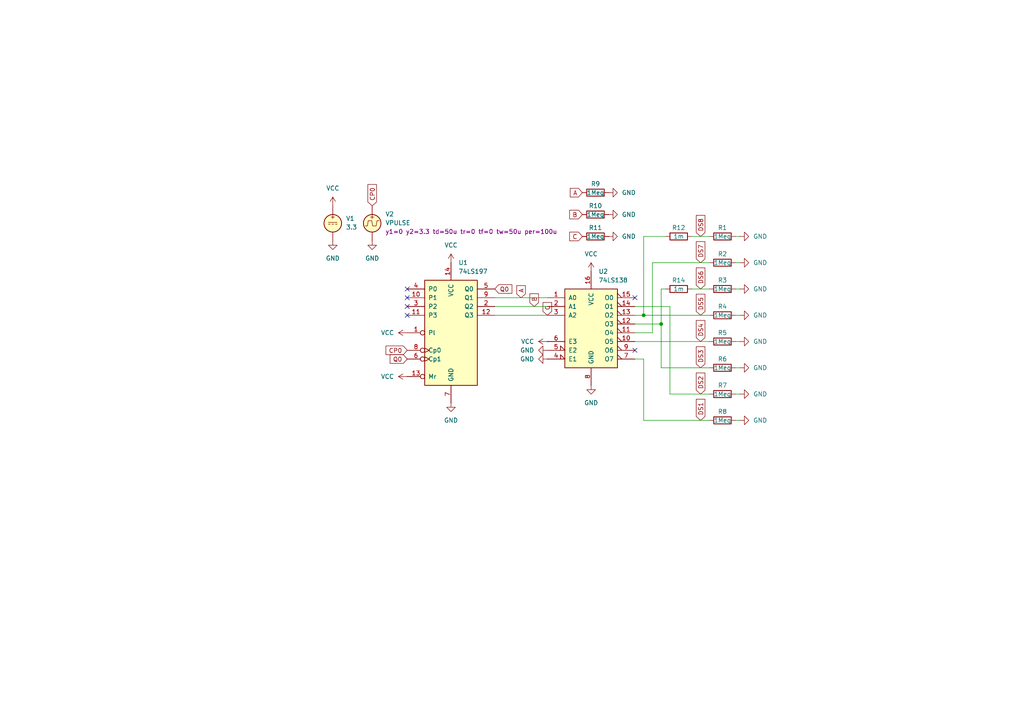
<source format=kicad_sch>
(kicad_sch (version 20250114) (generator "eeschema") (generator_version "9.0")
  (paper "A4")
  (lib_symbols
    (symbol "74xx:74LS138" (pin_names (offset 1.016))
      (property "Reference" "U" (at -7.62 11.43 0))
      (property "Value" "74LS138" (at -7.62 -13.97 0))
      (symbol "74LS138_1_0"
        (pin input line (at -12.7 7.62 0) (length 5.08) (name "A0") (number "1"))
        (pin input line (at -12.7 5.08 0) (length 5.08) (name "A1") (number "2"))
        (pin input line (at -12.7 2.54 0) (length 5.08) (name "A2") (number "3"))
        (pin input line (at -12.7 -5.08 0) (length 5.08) (name "E3") (number "6"))
        (pin input input_low (at -12.7 -7.62 0) (length 5.08) (name "E2") (number "5"))
        (pin input input_low (at -12.7 -10.16 0) (length 5.08) (name "E1") (number "4"))
        (pin power_in line (at 0 15.24 270) (length 5.08) (name "VCC") (number "16"))
        (pin power_in line (at 0 -17.78 90) (length 5.08) (name "GND") (number "8"))
        (pin output output_low (at 12.7 7.62 180) (length 5.08) (name "O0") (number "15"))
        (pin output output_low (at 12.7 5.08 180) (length 5.08) (name "O1") (number "14"))
        (pin output output_low (at 12.7 2.54 180) (length 5.08) (name "O2") (number "13"))
        (pin output output_low (at 12.7 0 180) (length 5.08) (name "O3") (number "12"))
        (pin output output_low (at 12.7 -2.54 180) (length 5.08) (name "O4") (number "11"))
        (pin output output_low (at 12.7 -5.08 180) (length 5.08) (name "O5") (number "10"))
        (pin output output_low (at 12.7 -7.62 180) (length 5.08) (name "O6") (number "9"))
        (pin output output_low (at 12.7 -10.16 180) (length 5.08) (name "O7") (number "7"))
      )
      (symbol "74LS138_1_1"
        (rectangle (start -7.62 10.16) (end 7.62 -12.7) (stroke (width 0.254)) (fill (type background)))
      )
    )
    (symbol "74xx:74LS197" (pin_names (offset 1.016))
      (property "Reference" "U" (at -7.62 16.51 0))
      (property "Value" "74LS197" (at -7.62 -16.51 0))
      (symbol "74LS197_1_0"
        (pin input line (at -12.7 12.7 0) (length 5.08) (name "P0") (number "4"))
        (pin input line (at -12.7 10.16 0) (length 5.08) (name "P1") (number "10"))
        (pin input line (at -12.7 7.62 0) (length 5.08) (name "P2") (number "3"))
        (pin input line (at -12.7 5.08 0) (length 5.08) (name "P3") (number "11"))
        (pin input inverted (at -12.7 0 0) (length 5.08) (name "Pl") (number "1"))
        (pin input inverted_clock (at -12.7 -5.08 0) (length 5.08) (name "Cp0") (number "8"))
        (pin input inverted_clock (at -12.7 -7.62 0) (length 5.08) (name "Cp1") (number "6"))
        (pin input inverted (at -12.7 -12.7 0) (length 5.08) (name "Mr") (number "13"))
        (pin power_in line (at 0 20.32 270) (length 5.08) (name "VCC") (number "14"))
        (pin power_in line (at 0 -20.32 90) (length 5.08) (name "GND") (number "7"))
        (pin output line (at 12.7 12.7 180) (length 5.08) (name "Q0") (number "5"))
        (pin output line (at 12.7 10.16 180) (length 5.08) (name "Q1") (number "9"))
        (pin output line (at 12.7 7.62 180) (length 5.08) (name "Q2") (number "2"))
        (pin output line (at 12.7 5.08 180) (length 5.08) (name "Q3") (number "12"))
      )
      (symbol "74LS197_1_1"
        (rectangle (start -7.62 15.24) (end 7.62 -15.24) (stroke (width 0.254)) (fill (type background)))
      )
    )
    (symbol "Device:R" (pin_numbers (hide yes)) (pin_names (offset 0))
      (property "Reference" "R" (at 2.032 0 90))
      (property "Value" "R" (at 0 0 90))
      (symbol "R_0_1"
        (rectangle (start -1.016 -2.54) (end 1.016 2.54) (stroke (width 0.254)))
      )
      (symbol "R_1_1"
        (pin passive line (at 0 3.81 270) (length 1.27) (name "~") (number "1"))
        (pin passive line (at 0 -3.81 90) (length 1.27) (name "~") (number "2"))
      )
    )
    (symbol "Simulation_SPICE:VDC" (pin_numbers (hide yes)) (pin_names (offset 0.0254))
      (property "Reference" "V" (at 2.54 2.54 0))
      (property "Value" "1" (at 2.54 0 0))
      (symbol "VDC_0_0"
        (polyline (pts (xy -1.27 0.254) (xy 1.27 0.254)))
        (polyline (pts (xy -0.762 -0.254) (xy -1.27 -0.254)))
        (polyline (pts (xy 0.254 -0.254) (xy -0.254 -0.254)))
        (polyline (pts (xy 1.27 -0.254) (xy 0.762 -0.254)))
        (text "+" (at 0 1.905 0) (effects (font (size 1.27 1.27))))
      )
      (symbol "VDC_0_1"
        (circle (center 0 0) (radius 2.54) (stroke (width 0.254)) (fill (type background)))
      )
      (symbol "VDC_1_1"
        (pin passive line (at 0 5.08 270) (length 2.54) (name "~") (number "1"))
        (pin passive line (at 0 -5.08 90) (length 2.54) (name "~") (number "2"))
      )
    )
    (symbol "Simulation_SPICE:VPULSE" (pin_numbers (hide yes)) (pin_names (offset 0.0254))
      (property "Reference" "V" (at 2.54 2.54 0))
      (property "Value" "VPULSE" (at 2.54 0 0))
      (property "Sim.Params" "y1=0 y2=1 td=2n tr=2n tf=2n tw=50n per=100n" (at 2.54 -2.54 0))
      (symbol "VPULSE_0_0"
        (polyline (pts (xy -2.032 -0.762) (xy -1.397 -0.762) (xy -1.143 0.762) (xy -0.127 0.762) (xy 0.127 -0.762) (xy 1.143 -0.762) (xy 1.397 0.762) (xy 2.032 0.762)))
        (text "+" (at 0 1.905 0) (effects (font (size 1.27 1.27))))
      )
      (symbol "VPULSE_0_1"
        (circle (center 0 0) (radius 2.54) (stroke (width 0.254)) (fill (type background)))
      )
      (symbol "VPULSE_1_1"
        (pin passive line (at 0 5.08 270) (length 2.54) (name "~") (number "1"))
        (pin passive line (at 0 -5.08 90) (length 2.54) (name "~") (number "2"))
      )
    )
    (symbol "power:GND" (power) (pin_numbers (hide yes)) (pin_names (offset 0) (hide yes))
      (property "Value" "GND" (at 0 -3.81 0))
      (symbol "GND_0_1"
        (polyline (pts (xy 0 0) (xy 0 -1.27) (xy 1.27 -1.27) (xy 0 -2.54) (xy -1.27 -1.27) (xy 0 -1.27)))
      )
      (symbol "GND_1_1"
        (pin power_in line (at 0 0 270) (length 0) (name "~") (number "1"))
      )
    )
    (symbol "power:VCC" (power) (pin_numbers (hide yes)) (pin_names (offset 0) (hide yes))
      (property "Value" "VCC" (at 0 3.556 0))
      (symbol "VCC_0_1"
        (polyline (pts (xy -0.762 1.27) (xy 0 2.54)))
        (polyline (pts (xy 0 2.54) (xy 0.762 1.27)))
        (polyline (pts (xy 0 0) (xy 0 2.54)))
      )
      (symbol "VCC_1_1"
        (pin power_in line (at 0 0 90) (length 0) (name "~") (number "1"))
      )
    )
  )
  (junction (at 191.77 93.98))
  (junction (at 186.69 91.44))
  (no_connect (at 118.11 86.36))
  (no_connect (at 118.11 88.9))
  (no_connect (at 118.11 91.44))
  (no_connect (at 118.11 83.82))
  (no_connect (at 184.15 101.6))
  (no_connect (at 184.15 86.36))
  (wire (pts (xy 143.51 88.9) (xy 158.75 88.9)))
  (wire (pts (xy 143.51 86.36) (xy 158.75 86.36)))
  (wire (pts (xy 186.69 68.58) (xy 193.04 68.58)))
  (wire (pts (xy 214.63 99.06) (xy 213.36 99.06)))
  (wire (pts (xy 214.63 91.44) (xy 213.36 91.44)))
  (wire (pts (xy 189.23 76.2) (xy 205.74 76.2)))
  (wire (pts (xy 184.15 91.44) (xy 186.69 91.44)))
  (wire (pts (xy 214.63 106.68) (xy 213.36 106.68)))
  (wire (pts (xy 194.31 114.3) (xy 205.74 114.3)))
  (wire (pts (xy 200.66 68.58) (xy 205.74 68.58)))
  (wire (pts (xy 214.63 68.58) (xy 213.36 68.58)))
  (wire (pts (xy 186.69 104.14) (xy 186.69 121.92)))
  (wire (pts (xy 214.63 114.3) (xy 213.36 114.3)))
  (wire (pts (xy 186.69 91.44) (xy 186.69 68.58)))
  (wire (pts (xy 194.31 88.9) (xy 194.31 114.3)))
  (wire (pts (xy 186.69 121.92) (xy 205.74 121.92)))
  (wire (pts (xy 214.63 83.82) (xy 213.36 83.82)))
  (wire (pts (xy 189.23 96.52) (xy 189.23 76.2)))
  (wire (pts (xy 191.77 93.98) (xy 191.77 83.82)))
  (wire (pts (xy 184.15 96.52) (xy 189.23 96.52)))
  (wire (pts (xy 200.66 83.82) (xy 205.74 83.82)))
  (wire (pts (xy 191.77 93.98) (xy 191.77 106.68)))
  (wire (pts (xy 214.63 121.92) (xy 213.36 121.92)))
  (wire (pts (xy 184.15 88.9) (xy 194.31 88.9)))
  (wire (pts (xy 186.69 91.44) (xy 205.74 91.44)))
  (wire (pts (xy 191.77 83.82) (xy 193.04 83.82)))
  (wire (pts (xy 184.15 104.14) (xy 186.69 104.14)))
  (wire (pts (xy 184.15 99.06) (xy 205.74 99.06)))
  (wire (pts (xy 214.63 76.2) (xy 213.36 76.2)))
  (wire (pts (xy 191.77 106.68) (xy 205.74 106.68)))
  (wire (pts (xy 184.15 93.98) (xy 191.77 93.98)))
  (wire (pts (xy 143.51 91.44) (xy 158.75 91.44)))
  (global_label "DS7" (shape input) (at 203.2 76.2 90) (property "Intersheetrefs" "${INTERSHEET_REFS}" (effects (hide yes))))
  (global_label "DS5" (shape input) (at 203.2 91.44 90) (property "Intersheetrefs" "${INTERSHEET_REFS}" (effects (hide yes))))
  (global_label "CP0" (shape input) (at 107.95 59.69 90) (property "Intersheetrefs" "${INTERSHEET_REFS}" (effects (hide yes))))
  (global_label "DS4" (shape input) (at 203.2 99.06 90) (property "Intersheetrefs" "${INTERSHEET_REFS}" (effects (hide yes))))
  (global_label "B" (shape input) (at 154.94 88.9 90) (property "Intersheetrefs" "${INTERSHEET_REFS}" (effects (hide yes))))
  (global_label "B" (shape input) (at 168.91 62.23 180) (property "Intersheetrefs" "${INTERSHEET_REFS}" (effects (hide yes))))
  (global_label "DS8" (shape input) (at 203.2 68.58 90) (property "Intersheetrefs" "${INTERSHEET_REFS}" (effects (hide yes))))
  (global_label "C" (shape input) (at 168.91 68.58 180) (property "Intersheetrefs" "${INTERSHEET_REFS}" (effects (hide yes))))
  (global_label "DS6" (shape input) (at 203.2 83.82 90) (property "Intersheetrefs" "${INTERSHEET_REFS}" (effects (hide yes))))
  (global_label "A" (shape input) (at 151.13 86.36 90) (property "Intersheetrefs" "${INTERSHEET_REFS}" (effects (hide yes))))
  (global_label "DS1" (shape input) (at 203.2 121.92 90) (property "Intersheetrefs" "${INTERSHEET_REFS}" (effects (hide yes))))
  (global_label "DS2" (shape input) (at 203.2 114.3 90) (property "Intersheetrefs" "${INTERSHEET_REFS}" (effects (hide yes))))
  (global_label "A" (shape input) (at 168.91 55.88 180) (property "Intersheetrefs" "${INTERSHEET_REFS}" (effects (hide yes))))
  (global_label "Q0" (shape input) (at 143.51 83.82 0) (property "Intersheetrefs" "${INTERSHEET_REFS}" (effects (hide yes))))
  (global_label "Q0" (shape input) (at 118.11 104.14 180) (property "Intersheetrefs" "${INTERSHEET_REFS}" (effects (hide yes))))
  (global_label "CP0" (shape input) (at 118.11 101.6 180) (property "Intersheetrefs" "${INTERSHEET_REFS}" (effects (hide yes))))
  (global_label "C" (shape input) (at 158.75 91.44 90) (property "Intersheetrefs" "${INTERSHEET_REFS}" (effects (hide yes))))
  (global_label "DS3" (shape input) (at 203.2 106.68 90) (property "Intersheetrefs" "${INTERSHEET_REFS}" (effects (hide yes))))
  (symbol (lib_id "power:GND") (at 214.63 68.58 90) (unit 1)
    (property "Reference" "#PWR013" (effects (hide yes)))
    (property "Value" "GND" (at 218.44 68.5799 90) (effects (justify right)))
    (property "Description" "Power symbol creates a global label with name \"GND\" , ground" (effects (hide yes)))
  )
  (symbol (lib_id "power:GND") (at 96.52 69.85 0) (unit 1)
    (property "Reference" "#PWR06" (effects (hide yes)))
    (property "Value" "GND" (at 96.52 74.93 0))
    (property "Description" "Power symbol creates a global label with name \"GND\" , ground" (effects (hide yes)))
  )
  (symbol (lib_id "power:VCC") (at 96.52 59.69 0) (unit 1)
    (property "Reference" "#PWR05" (effects (hide yes)))
    (property "Value" "VCC" (at 96.52 54.61 0))
    (property "Description" "Power symbol creates a global label with name \"VCC\"" (effects (hide yes)))
  )
  (symbol (lib_id "power:GND") (at 214.63 106.68 90) (unit 1)
    (property "Reference" "#PWR018" (effects (hide yes)))
    (property "Value" "GND" (at 218.44 106.6799 90) (effects (justify right)))
    (property "Description" "Power symbol creates a global label with name \"GND\" , ground" (effects (hide yes)))
  )
  (symbol (lib_id "power:GND") (at 130.81 116.84 0) (unit 1)
    (property "Reference" "#PWR02" (effects (hide yes)))
    (property "Value" "GND" (at 130.81 121.92 0))
    (property "Description" "Power symbol creates a global label with name \"GND\" , ground" (effects (hide yes)))
  )
  (symbol (lib_id "power:GND") (at 171.45 111.76 0) (unit 1)
    (property "Reference" "#PWR08" (effects (hide yes)))
    (property "Value" "GND" (at 171.45 116.84 0))
    (property "Description" "Power symbol creates a global label with name \"GND\" , ground" (effects (hide yes)))
  )
  (symbol (lib_id "power:GND") (at 176.53 68.58 90) (unit 1)
    (property "Reference" "#PWR023" (effects (hide yes)))
    (property "Value" "GND" (at 180.34 68.5799 90) (effects (justify right)))
    (property "Description" "Power symbol creates a global label with name \"GND\" , ground" (effects (hide yes)))
  )
  (symbol (lib_id "Device:R") (at 196.85 83.82 90) (unit 1)
    (property "Reference" "R14" (at 196.85 81.28 90))
    (property "Value" "1m" (at 196.85 83.82 90))
    (property "Description" "Resistor" (effects (hide yes)))
  )
  (symbol (lib_id "power:GND") (at 214.63 114.3 90) (unit 1)
    (property "Reference" "#PWR019" (effects (hide yes)))
    (property "Value" "GND" (at 218.44 114.2999 90) (effects (justify right)))
    (property "Description" "Power symbol creates a global label with name \"GND\" , ground" (effects (hide yes)))
  )
  (symbol (lib_id "Device:R") (at 172.72 68.58 270) (unit 1)
    (property "Reference" "R11" (at 172.72 66.04 90))
    (property "Value" "1Meg" (at 172.72 68.58 90))
    (property "Description" "Resistor" (effects (hide yes)))
  )
  (symbol (lib_id "power:GND") (at 214.63 121.92 90) (unit 1)
    (property "Reference" "#PWR020" (effects (hide yes)))
    (property "Value" "GND" (at 218.44 121.9199 90) (effects (justify right)))
    (property "Description" "Power symbol creates a global label with name \"GND\" , ground" (effects (hide yes)))
  )
  (symbol (lib_id "power:VCC") (at 130.81 76.2 0) (unit 1)
    (property "Reference" "#PWR01" (effects (hide yes)))
    (property "Value" "VCC" (at 130.81 71.12 0))
    (property "Description" "Power symbol creates a global label with name \"VCC\"" (effects (hide yes)))
  )
  (symbol (lib_id "power:GND") (at 214.63 99.06 90) (unit 1)
    (property "Reference" "#PWR017" (effects (hide yes)))
    (property "Value" "GND" (at 218.44 99.0599 90) (effects (justify right)))
    (property "Description" "Power symbol creates a global label with name \"GND\" , ground" (effects (hide yes)))
  )
  (symbol (lib_id "Device:R") (at 209.55 121.92 90) (unit 1)
    (property "Reference" "R8" (at 209.55 119.38 90))
    (property "Value" "1Meg" (at 209.55 121.92 90))
    (property "Description" "Resistor" (effects (hide yes)))
  )
  (symbol (lib_id "power:GND") (at 107.95 69.85 0) (unit 1)
    (property "Reference" "#PWR07" (effects (hide yes)))
    (property "Value" "GND" (at 107.95 74.93 0))
    (property "Description" "Power symbol creates a global label with name \"GND\" , ground" (effects (hide yes)))
  )
  (symbol (lib_id "Device:R") (at 209.55 76.2 90) (unit 1)
    (property "Reference" "R2" (at 209.55 73.66 90))
    (property "Value" "1Meg" (at 209.55 76.2 90))
    (property "Description" "Resistor" (effects (hide yes)))
  )
  (symbol (lib_id "power:GND") (at 214.63 91.44 90) (unit 1)
    (property "Reference" "#PWR016" (effects (hide yes)))
    (property "Value" "GND" (at 218.44 91.4399 90) (effects (justify right)))
    (property "Description" "Power symbol creates a global label with name \"GND\" , ground" (effects (hide yes)))
  )
  (symbol (lib_id "power:GND") (at 158.75 101.6 270) (unit 1)
    (property "Reference" "#PWR011" (effects (hide yes)))
    (property "Value" "GND" (at 154.94 101.5999 90) (effects (justify right)))
    (property "Description" "Power symbol creates a global label with name \"GND\" , ground" (effects (hide yes)))
  )
  (symbol (lib_id "Simulation_SPICE:VPULSE") (at 107.95 64.77 0) (unit 1)
    (property "Reference" "V2" (at 111.76 62.1001 0) (effects (justify left)))
    (property "Value" "VPULSE" (at 111.76 64.6401 0) (effects (justify left)))
    (property "Datasheet" "https://ngspice.sourceforge.io/docs/ngspice-html-manual/manual.xhtml#sec_Independent_Sources_for" (effects (hide yes)))
    (property "Description" "Voltage source, pulse" (effects (hide yes)))
    (property "Sim.Pins" "1=+ 2=-" (effects (hide yes)))
    (property "Sim.Type" "PULSE" (effects (hide yes)))
    (property "Sim.Device" "V" (effects (hide yes)))
    (property "Sim.Params" "y1=0 y2=3.3 td=50u tr=0 tf=0 tw=50u per=100u" (at 111.76 67.1801 0) (effects (justify left)))
  )
  (symbol (lib_id "power:VCC") (at 118.11 109.22 90) (unit 1)
    (property "Reference" "#PWR04" (effects (hide yes)))
    (property "Value" "VCC" (at 114.3 109.2199 90) (effects (justify left)))
    (property "Description" "Power symbol creates a global label with name \"VCC\"" (effects (hide yes)))
  )
  (symbol (lib_id "power:GND") (at 214.63 83.82 90) (unit 1)
    (property "Reference" "#PWR015" (effects (hide yes)))
    (property "Value" "GND" (at 218.44 83.8199 90) (effects (justify right)))
    (property "Description" "Power symbol creates a global label with name \"GND\" , ground" (effects (hide yes)))
  )
  (symbol (lib_id "power:VCC") (at 118.11 96.52 90) (unit 1)
    (property "Reference" "#PWR03" (effects (hide yes)))
    (property "Value" "VCC" (at 114.3 96.5199 90) (effects (justify left)))
    (property "Description" "Power symbol creates a global label with name \"VCC\"" (effects (hide yes)))
  )
  (symbol (lib_id "Device:R") (at 209.55 106.68 90) (unit 1)
    (property "Reference" "R6" (at 209.55 104.14 90))
    (property "Value" "1Meg" (at 209.55 106.68 90))
    (property "Description" "Resistor" (effects (hide yes)))
  )
  (symbol (lib_id "Device:R") (at 209.55 68.58 90) (unit 1)
    (property "Reference" "R1" (at 209.55 66.04 90))
    (property "Value" "1Meg" (at 209.55 68.58 90))
    (property "Description" "Resistor" (effects (hide yes)))
  )
  (symbol (lib_id "power:GND") (at 214.63 76.2 90) (unit 1)
    (property "Reference" "#PWR014" (effects (hide yes)))
    (property "Value" "GND" (at 218.44 76.1999 90) (effects (justify right)))
    (property "Description" "Power symbol creates a global label with name \"GND\" , ground" (effects (hide yes)))
  )
  (symbol (lib_id "Device:R") (at 172.72 62.23 270) (unit 1)
    (property "Reference" "R10" (at 172.72 59.69 90))
    (property "Value" "1Meg" (at 172.72 62.23 90))
    (property "Description" "Resistor" (effects (hide yes)))
  )
  (symbol (lib_id "74xx:74LS138") (at 171.45 93.98 0) (unit 1)
    (property "Reference" "U2" (at 173.5933 78.74 0) (effects (justify left)))
    (property "Value" "74LS138" (at 173.5933 81.28 0) (effects (justify left)))
    (property "Datasheet" "http://www.ti.com/lit/gpn/sn74LS138" (effects (hide yes)))
    (property "Description" "Decoder 3 to 8 active low outputs" (effects (hide yes)))
    (property "Sim.Library" "../74LS138.lib" (effects (hide yes)))
    (property "Sim.Name" "74LS138" (effects (hide yes)))
    (property "Sim.Device" "SUBCKT" (effects (hide yes)))
    (property "Sim.Pins" "1=A 2=B 3=C 4=G2ABAR 5=G2BBAR 6=G1 7=Y7 8=GND 9=Y6 10=Y5 11=Y4 12=Y3 13=Y2 14=Y1 15=Y0 16=VCC" (effects (hide yes)))
  )
  (symbol (lib_id "power:GND") (at 176.53 55.88 90) (unit 1)
    (property "Reference" "#PWR021" (effects (hide yes)))
    (property "Value" "GND" (at 180.34 55.8799 90) (effects (justify right)))
    (property "Description" "Power symbol creates a global label with name \"GND\" , ground" (effects (hide yes)))
  )
  (symbol (lib_id "power:GND") (at 158.75 104.14 270) (unit 1)
    (property "Reference" "#PWR012" (effects (hide yes)))
    (property "Value" "GND" (at 154.94 104.1399 90) (effects (justify right)))
    (property "Description" "Power symbol creates a global label with name \"GND\" , ground" (effects (hide yes)))
  )
  (symbol (lib_id "Device:R") (at 172.72 55.88 270) (unit 1)
    (property "Reference" "R9" (at 172.72 53.34 90))
    (property "Value" "1Meg" (at 172.72 55.88 90))
    (property "Description" "Resistor" (effects (hide yes)))
  )
  (symbol (lib_id "power:GND") (at 176.53 62.23 90) (unit 1)
    (property "Reference" "#PWR022" (effects (hide yes)))
    (property "Value" "GND" (at 180.34 62.2299 90) (effects (justify right)))
    (property "Description" "Power symbol creates a global label with name \"GND\" , ground" (effects (hide yes)))
  )
  (symbol (lib_id "Device:R") (at 209.55 99.06 90) (unit 1)
    (property "Reference" "R5" (at 209.55 96.52 90))
    (property "Value" "1Meg" (at 209.55 99.06 90))
    (property "Description" "Resistor" (effects (hide yes)))
  )
  (symbol (lib_id "Simulation_SPICE:VDC") (at 96.52 64.77 0) (unit 1)
    (property "Reference" "V1" (at 100.33 63.3701 0) (effects (justify left)))
    (property "Value" "3.3" (at 100.33 65.9101 0) (effects (justify left)))
    (property "Datasheet" "https://ngspice.sourceforge.io/docs/ngspice-html-manual/manual.xhtml#sec_Independent_Sources_for" (effects (hide yes)))
    (property "Description" "Voltage source, DC" (effects (hide yes)))
    (property "Sim.Pins" "1=+ 2=-" (effects (hide yes)))
    (property "Sim.Type" "DC" (effects (hide yes)))
    (property "Sim.Device" "V" (effects (hide yes)))
  )
  (symbol (lib_id "Device:R") (at 209.55 83.82 90) (unit 1)
    (property "Reference" "R3" (at 209.55 81.28 90))
    (property "Value" "1Meg" (at 209.55 83.82 90))
    (property "Description" "Resistor" (effects (hide yes)))
  )
  (symbol (lib_id "Device:R") (at 209.55 91.44 90) (unit 1)
    (property "Reference" "R4" (at 209.55 88.9 90))
    (property "Value" "1Meg" (at 209.55 91.44 90))
    (property "Description" "Resistor" (effects (hide yes)))
  )
  (symbol (lib_id "74xx:74LS197") (at 130.81 96.52 0) (unit 1)
    (property "Reference" "U1" (at 132.9533 76.2 0) (effects (justify left)))
    (property "Value" "74LS197" (at 132.9533 78.74 0) (effects (justify left)))
    (property "Datasheet" "http://www.ti.com/lit/gpn/sn74LS197" (effects (hide yes)))
    (property "Description" "4 (3+1)-bit presettable binary counter" (effects (hide yes)))
    (property "Sim.Library" "../74LS197.lib" (effects (hide yes)))
    (property "Sim.Name" "74LS197" (effects (hide yes)))
    (property "Sim.Device" "SUBCKT" (effects (hide yes)))
    (property "Sim.Pins" "1=LOADBAR 2=QC 3=C 4=A 5=QA 6=CLK2 7=DGND 8=CLK1 9=QB 10=B 11=D 12=QD 13=CLRBAR 14=DPWR" (effects (hide yes)))
  )
  (symbol (lib_id "power:VCC") (at 171.45 78.74 0) (unit 1)
    (property "Reference" "#PWR09" (effects (hide yes)))
    (property "Value" "VCC" (at 171.45 73.66 0))
    (property "Description" "Power symbol creates a global label with name \"VCC\"" (effects (hide yes)))
  )
  (symbol (lib_id "Device:R") (at 209.55 114.3 90) (unit 1)
    (property "Reference" "R7" (at 209.55 111.76 90))
    (property "Value" "1Meg" (at 209.55 114.3 90))
    (property "Description" "Resistor" (effects (hide yes)))
  )
  (symbol (lib_id "power:VCC") (at 158.75 99.06 90) (unit 1)
    (property "Reference" "#PWR010" (effects (hide yes)))
    (property "Value" "VCC" (at 154.94 99.0599 90) (effects (justify left)))
    (property "Description" "Power symbol creates a global label with name \"VCC\"" (effects (hide yes)))
  )
  (symbol (lib_id "Device:R") (at 196.85 68.58 90) (unit 1)
    (property "Reference" "R12" (at 196.85 66.04 90))
    (property "Value" "1m" (at 196.85 68.58 90))
    (property "Description" "Resistor" (effects (hide yes)))
  )
)
</source>
